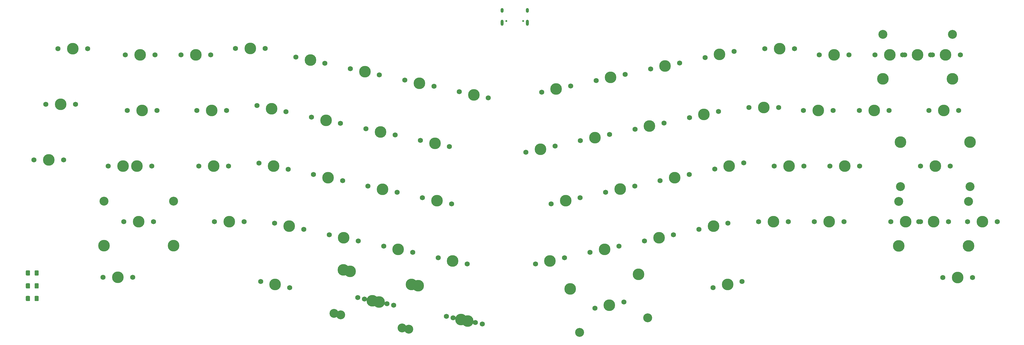
<source format=gbr>
%TF.GenerationSoftware,KiCad,Pcbnew,(5.1.6)-1*%
%TF.CreationDate,2020-07-26T11:56:32+02:00*%
%TF.ProjectId,Proyecto A,50726f79-6563-4746-9f20-412e6b696361,rev?*%
%TF.SameCoordinates,Original*%
%TF.FileFunction,Soldermask,Top*%
%TF.FilePolarity,Negative*%
%FSLAX46Y46*%
G04 Gerber Fmt 4.6, Leading zero omitted, Abs format (unit mm)*
G04 Created by KiCad (PCBNEW (5.1.6)-1) date 2020-07-26 11:56:32*
%MOMM*%
%LPD*%
G01*
G04 APERTURE LIST*
%ADD10C,0.650000*%
%ADD11O,1.000000X2.100000*%
%ADD12O,1.000000X1.600000*%
%ADD13C,3.987800*%
%ADD14C,1.750000*%
%ADD15C,3.048000*%
G04 APERTURE END LIST*
D10*
%TO.C,USB1*%
X234092400Y6398000D03*
X228312400Y6398000D03*
D11*
X226882400Y5868000D03*
X235522400Y5868000D03*
D12*
X226882400Y10048000D03*
X235522400Y10048000D03*
%TD*%
%TO.C,D3*%
G36*
G01*
X67014900Y-84937000D02*
X67014900Y-83687000D01*
G75*
G02*
X67264900Y-83437000I250000J0D01*
G01*
X68189900Y-83437000D01*
G75*
G02*
X68439900Y-83687000I0J-250000D01*
G01*
X68439900Y-84937000D01*
G75*
G02*
X68189900Y-85187000I-250000J0D01*
G01*
X67264900Y-85187000D01*
G75*
G02*
X67014900Y-84937000I0J250000D01*
G01*
G37*
G36*
G01*
X64039900Y-84937000D02*
X64039900Y-83687000D01*
G75*
G02*
X64289900Y-83437000I250000J0D01*
G01*
X65214900Y-83437000D01*
G75*
G02*
X65464900Y-83687000I0J-250000D01*
G01*
X65464900Y-84937000D01*
G75*
G02*
X65214900Y-85187000I-250000J0D01*
G01*
X64289900Y-85187000D01*
G75*
G02*
X64039900Y-84937000I0J250000D01*
G01*
G37*
%TD*%
%TO.C,D2*%
G36*
G01*
X67014900Y-89262000D02*
X67014900Y-88012000D01*
G75*
G02*
X67264900Y-87762000I250000J0D01*
G01*
X68189900Y-87762000D01*
G75*
G02*
X68439900Y-88012000I0J-250000D01*
G01*
X68439900Y-89262000D01*
G75*
G02*
X68189900Y-89512000I-250000J0D01*
G01*
X67264900Y-89512000D01*
G75*
G02*
X67014900Y-89262000I0J250000D01*
G01*
G37*
G36*
G01*
X64039900Y-89262000D02*
X64039900Y-88012000D01*
G75*
G02*
X64289900Y-87762000I250000J0D01*
G01*
X65214900Y-87762000D01*
G75*
G02*
X65464900Y-88012000I0J-250000D01*
G01*
X65464900Y-89262000D01*
G75*
G02*
X65214900Y-89512000I-250000J0D01*
G01*
X64289900Y-89512000D01*
G75*
G02*
X64039900Y-89262000I0J250000D01*
G01*
G37*
%TD*%
%TO.C,D1*%
G36*
G01*
X67014900Y-80512000D02*
X67014900Y-79262000D01*
G75*
G02*
X67264900Y-79012000I250000J0D01*
G01*
X68189900Y-79012000D01*
G75*
G02*
X68439900Y-79262000I0J-250000D01*
G01*
X68439900Y-80512000D01*
G75*
G02*
X68189900Y-80762000I-250000J0D01*
G01*
X67264900Y-80762000D01*
G75*
G02*
X67014900Y-80512000I0J250000D01*
G01*
G37*
G36*
G01*
X64039900Y-80512000D02*
X64039900Y-79262000D01*
G75*
G02*
X64289900Y-79012000I250000J0D01*
G01*
X65214900Y-79012000D01*
G75*
G02*
X65464900Y-79262000I0J-250000D01*
G01*
X65464900Y-80512000D01*
G75*
G02*
X65214900Y-80762000I-250000J0D01*
G01*
X64289900Y-80762000D01*
G75*
G02*
X64039900Y-80512000I0J250000D01*
G01*
G37*
%TD*%
D13*
%TO.C,K4*%
X179960000Y-10940000D03*
D14*
X174991010Y-9883809D03*
X184928990Y-11996191D03*
%TD*%
D13*
%TO.C,SPLIT_BKS1*%
X378551880Y-5151680D03*
D14*
X373471880Y-5151680D03*
X383631880Y-5151680D03*
%TD*%
D13*
%TO.C,FUNC1*%
X215120000Y-96320000D03*
D14*
X210151010Y-95263809D03*
X220088990Y-97376191D03*
%TD*%
D13*
%TO.C,lgui1*%
X184823540Y-89870840D03*
D14*
X179854550Y-88814649D03*
X189792530Y-90927031D03*
D15*
X171725207Y-94227752D03*
X195017347Y-99178650D03*
D13*
X174893781Y-79320783D03*
X198185921Y-84271680D03*
%TD*%
%TO.C,RSHIFT2*%
X374470100Y-62324540D03*
D14*
X369390100Y-62324540D03*
X379550100Y-62324540D03*
D15*
X362563850Y-55339540D03*
X386376350Y-55339540D03*
D13*
X362563850Y-70579540D03*
X386376350Y-70579540D03*
%TD*%
%TO.C,CAPS2*%
X97300000Y-43270000D03*
D14*
X92220000Y-43270000D03*
X102380000Y-43270000D03*
%TD*%
D13*
%TO.C,BACKSPACE1*%
X368990000Y-5170000D03*
D14*
X363910000Y-5170000D03*
X374070000Y-5170000D03*
D15*
X357083750Y1815000D03*
X380896250Y1815000D03*
D13*
X357083750Y-13425000D03*
X380896250Y-13425000D03*
%TD*%
%TO.C,FUNCT1*%
X391130000Y-62300000D03*
D14*
X386050000Y-62300000D03*
X396210000Y-62300000D03*
%TD*%
D13*
%TO.C,RCTL1*%
X382710000Y-81430000D03*
D14*
X377630000Y-81430000D03*
X387790000Y-81430000D03*
%TD*%
D13*
%TO.C,RALT1*%
X303997400Y-83847000D03*
D14*
X299028410Y-84903191D03*
X308966390Y-82790809D03*
%TD*%
D13*
%TO.C,space2*%
X263591480Y-90922400D03*
D14*
X258622490Y-91978591D03*
X268560470Y-89866209D03*
D15*
X253397673Y-100230210D03*
X276689813Y-95279312D03*
D13*
X250229099Y-85323240D03*
X273521239Y-80372343D03*
%TD*%
%TO.C,FUNC2*%
X212830000Y-95830000D03*
D14*
X207861010Y-94773809D03*
X217798990Y-96886191D03*
%TD*%
D13*
%TO.C,SPCE2*%
X182530000Y-89390000D03*
D14*
X177561010Y-88333809D03*
X187498990Y-90446191D03*
D15*
X169431667Y-93746912D03*
X192723807Y-98697810D03*
D13*
X172600241Y-78839943D03*
X195892381Y-83790840D03*
%TD*%
%TO.C,ALT1*%
X149287400Y-83857000D03*
D14*
X144318410Y-82800809D03*
X154256390Y-84913191D03*
%TD*%
D13*
%TO.C,CTRL1*%
X95520000Y-81360000D03*
D14*
X90440000Y-81360000D03*
X100600000Y-81360000D03*
%TD*%
D13*
%TO.C,RSHIFT1*%
X364940000Y-62350000D03*
D14*
X359860000Y-62350000D03*
X370020000Y-62350000D03*
%TD*%
D13*
%TO.C,/1*%
X338730000Y-62310000D03*
D14*
X333650000Y-62310000D03*
X343810000Y-62310000D03*
%TD*%
D13*
%TO.C,.>1*%
X319700000Y-62300000D03*
D14*
X314620000Y-62300000D03*
X324780000Y-62300000D03*
%TD*%
D13*
%TO.C,\u002C<1*%
X299180000Y-63860000D03*
D14*
X294211010Y-64916191D03*
X304148990Y-62803809D03*
%TD*%
D13*
%TO.C,M1*%
X280560000Y-67850000D03*
D14*
X275591010Y-68906191D03*
X285528990Y-66793809D03*
%TD*%
D13*
%TO.C,N1*%
X261940000Y-71800000D03*
D14*
X256971010Y-72856191D03*
X266908990Y-70743809D03*
%TD*%
D13*
%TO.C,B2*%
X243280000Y-75750000D03*
D14*
X238311010Y-76806191D03*
X248248990Y-74693809D03*
%TD*%
D13*
%TO.C,B1*%
X210010000Y-75750000D03*
D14*
X205041010Y-74693809D03*
X214978990Y-76806191D03*
%TD*%
D13*
%TO.C,V1*%
X191370000Y-71800000D03*
D14*
X186401010Y-70743809D03*
X196338990Y-72856191D03*
%TD*%
D13*
%TO.C,C8*%
X172750000Y-67830000D03*
D14*
X167781010Y-66773809D03*
X177718990Y-68886191D03*
%TD*%
D13*
%TO.C,X1*%
X154100000Y-63880000D03*
D14*
X149131010Y-62823809D03*
X159068990Y-64936191D03*
%TD*%
D13*
%TO.C,Z1*%
X133600000Y-62300000D03*
D14*
X128520000Y-62300000D03*
X138680000Y-62300000D03*
%TD*%
D13*
%TO.C,SHIFT1*%
X102650000Y-62310000D03*
D14*
X97570000Y-62310000D03*
X107730000Y-62310000D03*
D15*
X90743750Y-55325000D03*
X114556250Y-55325000D03*
D13*
X90743750Y-70565000D03*
X114556250Y-70565000D03*
%TD*%
%TO.C,RETURN1*%
X375050000Y-43280000D03*
D14*
X369970000Y-43280000D03*
X380130000Y-43280000D03*
D15*
X363143750Y-50265000D03*
X386956250Y-50265000D03*
D13*
X363143750Y-35025000D03*
X386956250Y-35025000D03*
%TD*%
%TO.C,'1*%
X344100000Y-43280000D03*
D14*
X339020000Y-43280000D03*
X349180000Y-43280000D03*
%TD*%
D13*
%TO.C,;1*%
X325060000Y-43280000D03*
D14*
X319980000Y-43280000D03*
X330140000Y-43280000D03*
%TD*%
D13*
%TO.C,L1*%
X304570000Y-43250000D03*
D14*
X299601010Y-44306191D03*
X309538990Y-42193809D03*
%TD*%
D13*
%TO.C,K11*%
X285910000Y-47240000D03*
D14*
X280941010Y-48296191D03*
X290878990Y-46183809D03*
%TD*%
D13*
%TO.C,J1*%
X267290000Y-51180000D03*
D14*
X262321010Y-52236191D03*
X272258990Y-50123809D03*
%TD*%
D13*
%TO.C,H1*%
X248640000Y-55150000D03*
D14*
X243671010Y-56206191D03*
X253608990Y-54093809D03*
%TD*%
D13*
%TO.C,G1*%
X204650000Y-55130000D03*
D14*
X199681010Y-54073809D03*
X209618990Y-56186191D03*
%TD*%
D13*
%TO.C,F2*%
X186020000Y-51190000D03*
D14*
X181051010Y-50133809D03*
X190988990Y-52246191D03*
%TD*%
D13*
%TO.C,D18*%
X167380000Y-47240000D03*
D14*
X162411010Y-46183809D03*
X172348990Y-48296191D03*
%TD*%
D13*
%TO.C,S1*%
X148760000Y-43280000D03*
D14*
X143791010Y-42223809D03*
X153728990Y-44336191D03*
%TD*%
D13*
%TO.C,A1*%
X128260000Y-43250000D03*
D14*
X123180000Y-43250000D03*
X133340000Y-43250000D03*
%TD*%
D13*
%TO.C,CAPS1*%
X102040000Y-43290000D03*
D14*
X96960000Y-43290000D03*
X107120000Y-43290000D03*
%TD*%
D13*
%TO.C,PGDN1*%
X71890000Y-41130000D03*
D14*
X66810000Y-41130000D03*
X76970000Y-41130000D03*
%TD*%
D13*
%TO.C,K\u005C1*%
X377950000Y-24230000D03*
D14*
X372870000Y-24230000D03*
X383030000Y-24230000D03*
%TD*%
D13*
%TO.C,]1*%
X354120000Y-24200000D03*
D14*
X349040000Y-24200000D03*
X359200000Y-24200000D03*
%TD*%
D13*
%TO.C,[1*%
X335050000Y-24230000D03*
D14*
X329970000Y-24230000D03*
X340130000Y-24230000D03*
%TD*%
D13*
%TO.C,P1*%
X316420000Y-23170000D03*
D14*
X311340000Y-23170000D03*
X321500000Y-23170000D03*
%TD*%
D13*
%TO.C,O1*%
X295940000Y-25590000D03*
D14*
X290971010Y-26646191D03*
X300908990Y-24533809D03*
%TD*%
D13*
%TO.C,I1*%
X277310000Y-29570000D03*
D14*
X272341010Y-30626191D03*
X282278990Y-28513809D03*
%TD*%
D13*
%TO.C,U2*%
X258670000Y-33530000D03*
D14*
X253701010Y-34586191D03*
X263638990Y-32473809D03*
%TD*%
D13*
%TO.C,Y2*%
X240030000Y-37490000D03*
D14*
X235061010Y-38546191D03*
X244998990Y-36433809D03*
%TD*%
D13*
%TO.C,T1*%
X203940000Y-35510000D03*
D14*
X198971010Y-34453809D03*
X208908990Y-36566191D03*
%TD*%
D13*
%TO.C,R10*%
X185320000Y-31560000D03*
D14*
X180351010Y-30503809D03*
X190288990Y-32616191D03*
%TD*%
D13*
%TO.C,E1*%
X166690000Y-27590000D03*
D14*
X161721010Y-26533809D03*
X171658990Y-28646191D03*
%TD*%
D13*
%TO.C,W1*%
X148050000Y-23620000D03*
D14*
X143081010Y-22563809D03*
X153018990Y-24676191D03*
%TD*%
D13*
%TO.C,Q1*%
X127550000Y-24210000D03*
D14*
X122470000Y-24210000D03*
X132630000Y-24210000D03*
%TD*%
D13*
%TO.C,TAB1*%
X103760000Y-24220000D03*
D14*
X98680000Y-24220000D03*
X108840000Y-24220000D03*
%TD*%
D13*
%TO.C,PGUP1*%
X75950000Y-22070000D03*
D14*
X70870000Y-22070000D03*
X81030000Y-22070000D03*
%TD*%
D13*
%TO.C,K_14*%
X359480000Y-5190000D03*
D14*
X354400000Y-5190000D03*
X364560000Y-5190000D03*
%TD*%
D13*
%TO.C,=+1*%
X340410000Y-5180000D03*
D14*
X335330000Y-5180000D03*
X345490000Y-5180000D03*
%TD*%
D13*
%TO.C,_-1*%
X321790000Y-3040000D03*
D14*
X316710000Y-3040000D03*
X326870000Y-3040000D03*
%TD*%
D13*
%TO.C,K10*%
X301280000Y-5030000D03*
D14*
X296311010Y-6086191D03*
X306248990Y-3973809D03*
%TD*%
D13*
%TO.C,K9*%
X282640000Y-8980000D03*
D14*
X277671010Y-10036191D03*
X287608990Y-7923809D03*
%TD*%
D13*
%TO.C,K8*%
X264030000Y-12910000D03*
D14*
X259061010Y-13966191D03*
X268998990Y-11853809D03*
%TD*%
D13*
%TO.C,K7*%
X245380000Y-16870000D03*
D14*
X240411010Y-17926191D03*
X250348990Y-15813809D03*
%TD*%
D13*
%TO.C,K6*%
X217230000Y-18850000D03*
D14*
X212261010Y-17793809D03*
X222198990Y-19906191D03*
%TD*%
D13*
%TO.C,k5*%
X198610000Y-14900000D03*
D14*
X193641010Y-13843809D03*
X203578990Y-15956191D03*
%TD*%
D13*
%TO.C,K3*%
X161340000Y-6970000D03*
D14*
X156371010Y-5913809D03*
X166308990Y-8026191D03*
%TD*%
D13*
%TO.C,K2*%
X140830000Y-3000000D03*
D14*
X135750000Y-3000000D03*
X145910000Y-3000000D03*
%TD*%
D13*
%TO.C,K1*%
X122200000Y-5170000D03*
D14*
X117120000Y-5170000D03*
X127280000Y-5170000D03*
%TD*%
D13*
%TO.C,KK0*%
X103140000Y-5150000D03*
D14*
X98060000Y-5150000D03*
X108220000Y-5150000D03*
%TD*%
D13*
%TO.C,Esc1*%
X80110000Y-3020000D03*
D14*
X75030000Y-3020000D03*
X85190000Y-3020000D03*
%TD*%
M02*

</source>
